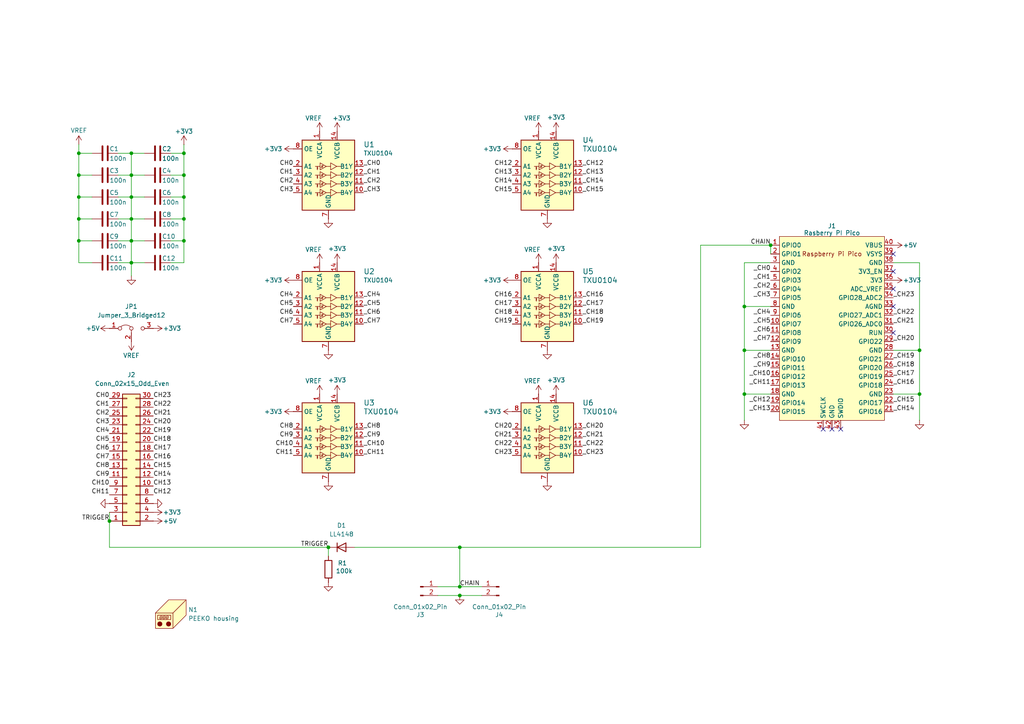
<source format=kicad_sch>
(kicad_sch (version 20231120) (generator "eeschema") (generator_version "8.0")
  (paper "A4")
  (title_block (title "PEEKO") (date "2024-10-05") (rev "003") (comment 1 "based on github.com/gusmanb/logicanalyzer") (comment 2 "github.com/bkw777/peeko"))
  (lib_symbols
    (symbol "000_LOCAL:Conn_01x02_Pin" (pin_names (offset 1.016) hide)
      (property "Reference" "J" (at 0 2.54 0))
      (property "Value" "Conn_01x02_Pin" (at 0 -5.08 0))
      (symbol "Conn_01x02_Pin_1_1"
        (polyline (pts (xy 1.27 -2.54) (xy 0.8636 -2.54)) (stroke (width 0.1524)))
        (polyline (pts (xy 1.27 0) (xy 0.8636 0)) (stroke (width 0.1524)))
        (rectangle (start 0.8636 -2.413) (end 0 -2.667) (stroke (width 0.1524)) (fill (type outline)))
        (rectangle (start 0.8636 0.127) (end 0 -0.127) (stroke (width 0.1524)) (fill (type outline)))
        (pin passive line (at 5.08 0 180) (length 3.81) (name "Pin_1") (number "1"))
        (pin passive line (at 5.08 -2.54 180) (length 3.81) (name "Pin_2") (number "2"))
      )
    )
    (symbol "000_LOCAL:Conn_02x15_Odd_Even" (pin_names (offset 1.016) hide)
      (property "Reference" "J" (at 1.27 20.32 0))
      (property "Value" "Conn_02x15_Odd_Even" (at 1.27 -20.32 0))
      (symbol "Conn_02x15_Odd_Even_1_1"
        (rectangle (start -1.27 -17.653) (end 0 -17.907) (stroke (width 0.1524)))
        (rectangle (start -1.27 -15.113) (end 0 -15.367) (stroke (width 0.1524)))
        (rectangle (start -1.27 -12.573) (end 0 -12.827) (stroke (width 0.1524)))
        (rectangle (start -1.27 -10.033) (end 0 -10.287) (stroke (width 0.1524)))
        (rectangle (start -1.27 -7.493) (end 0 -7.747) (stroke (width 0.1524)))
        (rectangle (start -1.27 -4.953) (end 0 -5.207) (stroke (width 0.1524)))
        (rectangle (start -1.27 -2.413) (end 0 -2.667) (stroke (width 0.1524)))
        (rectangle (start -1.27 0.127) (end 0 -0.127) (stroke (width 0.1524)))
        (rectangle (start -1.27 2.667) (end 0 2.413) (stroke (width 0.1524)))
        (rectangle (start -1.27 5.207) (end 0 4.953) (stroke (width 0.1524)))
        (rectangle (start -1.27 7.747) (end 0 7.493) (stroke (width 0.1524)))
        (rectangle (start -1.27 10.287) (end 0 10.033) (stroke (width 0.1524)))
        (rectangle (start -1.27 12.827) (end 0 12.573) (stroke (width 0.1524)))
        (rectangle (start -1.27 15.367) (end 0 15.113) (stroke (width 0.1524)))
        (rectangle (start -1.27 17.907) (end 0 17.653) (stroke (width 0.1524)))
        (rectangle (start -1.27 19.05) (end 3.81 -19.05) (stroke (width 0.254)) (fill (type background)))
        (rectangle (start 3.81 -17.653) (end 2.54 -17.907) (stroke (width 0.1524)))
        (rectangle (start 3.81 -15.113) (end 2.54 -15.367) (stroke (width 0.1524)))
        (rectangle (start 3.81 -12.573) (end 2.54 -12.827) (stroke (width 0.1524)))
        (rectangle (start 3.81 -10.033) (end 2.54 -10.287) (stroke (width 0.1524)))
        (rectangle (start 3.81 -7.493) (end 2.54 -7.747) (stroke (width 0.1524)))
        (rectangle (start 3.81 -4.953) (end 2.54 -5.207) (stroke (width 0.1524)))
        (rectangle (start 3.81 -2.413) (end 2.54 -2.667) (stroke (width 0.1524)))
        (rectangle (start 3.81 0.127) (end 2.54 -0.127) (stroke (width 0.1524)))
        (rectangle (start 3.81 2.667) (end 2.54 2.413) (stroke (width 0.1524)))
        (rectangle (start 3.81 5.207) (end 2.54 4.953) (stroke (width 0.1524)))
        (rectangle (start 3.81 7.747) (end 2.54 7.493) (stroke (width 0.1524)))
        (rectangle (start 3.81 10.287) (end 2.54 10.033) (stroke (width 0.1524)))
        (rectangle (start 3.81 12.827) (end 2.54 12.573) (stroke (width 0.1524)))
        (rectangle (start 3.81 15.367) (end 2.54 15.113) (stroke (width 0.1524)))
        (rectangle (start 3.81 17.907) (end 2.54 17.653) (stroke (width 0.1524)))
        (pin passive line (at -5.08 17.78 0) (length 3.81) (name "Pin_1") (number "1"))
        (pin passive line (at 7.62 7.62 180) (length 3.81) (name "Pin_10") (number "10"))
        (pin passive line (at -5.08 5.08 0) (length 3.81) (name "Pin_11") (number "11"))
        (pin passive line (at 7.62 5.08 180) (length 3.81) (name "Pin_12") (number "12"))
        (pin passive line (at -5.08 2.54 0) (length 3.81) (name "Pin_13") (number "13"))
        (pin passive line (at 7.62 2.54 180) (length 3.81) (name "Pin_14") (number "14"))
        (pin passive line (at -5.08 0 0) (length 3.81) (name "Pin_15") (number "15"))
        (pin passive line (at 7.62 0 180) (length 3.81) (name "Pin_16") (number "16"))
        (pin passive line (at -5.08 -2.54 0) (length 3.81) (name "Pin_17") (number "17"))
        (pin passive line (at 7.62 -2.54 180) (length 3.81) (name "Pin_18") (number "18"))
        (pin passive line (at -5.08 -5.08 0) (length 3.81) (name "Pin_19") (number "19"))
        (pin passive line (at 7.62 17.78 180) (length 3.81) (name "Pin_2") (number "2"))
        (pin passive line (at 7.62 -5.08 180) (length 3.81) (name "Pin_20") (number "20"))
        (pin passive line (at -5.08 -7.62 0) (length 3.81) (name "Pin_21") (number "21"))
        (pin passive line (at 7.62 -7.62 180) (length 3.81) (name "Pin_22") (number "22"))
        (pin passive line (at -5.08 -10.16 0) (length 3.81) (name "Pin_23") (number "23"))
        (pin passive line (at 7.62 -10.16 180) (length 3.81) (name "Pin_24") (number "24"))
        (pin passive line (at -5.08 -12.7 0) (length 3.81) (name "Pin_25") (number "25"))
        (pin passive line (at 7.62 -12.7 180) (length 3.81) (name "Pin_26") (number "26"))
        (pin passive line (at -5.08 -15.24 0) (length 3.81) (name "Pin_27") (number "27"))
        (pin passive line (at 7.62 -15.24 180) (length 3.81) (name "Pin_28") (number "28"))
        (pin passive line (at -5.08 -17.78 0) (length 3.81) (name "Pin_29") (number "29"))
        (pin passive line (at -5.08 15.24 0) (length 3.81) (name "Pin_3") (number "3"))
        (pin passive line (at 7.62 -17.78 180) (length 3.81) (name "Pin_30") (number "30"))
        (pin passive line (at 7.62 15.24 180) (length 3.81) (name "Pin_4") (number "4"))
        (pin passive line (at -5.08 12.7 0) (length 3.81) (name "Pin_5") (number "5"))
        (pin passive line (at 7.62 12.7 180) (length 3.81) (name "Pin_6") (number "6"))
        (pin passive line (at -5.08 10.16 0) (length 3.81) (name "Pin_7") (number "7"))
        (pin passive line (at 7.62 10.16 180) (length 3.81) (name "Pin_8") (number "8"))
        (pin passive line (at -5.08 7.62 0) (length 3.81) (name "Pin_9") (number "9"))
      )
    )
    (symbol "000_LOCAL:Housing" (pin_names (offset 1.016)) (exclude_from_sim yes)
      (property "Reference" "N" (at 3.81 0 0))
      (property "Value" "Housing" (at 3.81 -1.905 0))
      (symbol "Housing_0_1"
        (rectangle (start -5.08 -0.635) (end -1.27 -1.905))
        (circle (center -4.445 -3.175) (radius 0.635) (fill (type outline)))
        (circle (center -1.905 -3.175) (radius 0.635) (fill (type outline)))
        (polyline (pts (xy -4.5212 -1.5748) (xy -4.4704 -1.3716)))
        (polyline (pts (xy -4.4196 -1.6764) (xy -4.064 -1.6764)))
        (polyline (pts (xy -4.4196 -1.2192) (xy -4.3688 -0.9652)))
        (polyline (pts (xy -4.318 -1.3208) (xy -4.0132 -1.3208)))
        (polyline (pts (xy -4.2164 -0.9144) (xy -3.9116 -0.9144)))
        (polyline (pts (xy -3.9116 -1.6256) (xy -3.8608 -1.3716)))
        (polyline (pts (xy -3.81 -1.2192) (xy -3.7592 -0.9652)))
        (polyline (pts (xy -3.6068 -1.5748) (xy -3.556 -1.3716)))
        (polyline (pts (xy -3.5052 -1.6764) (xy -3.1496 -1.6764)))
        (polyline (pts (xy -3.5052 -1.2192) (xy -3.4544 -0.9652)))
        (polyline (pts (xy -3.4036 -1.3208) (xy -3.0988 -1.3208)))
        (polyline (pts (xy -3.302 -0.9144) (xy -2.9972 -0.9144)))
        (polyline (pts (xy -2.9972 -1.6256) (xy -2.9464 -1.3716)))
        (polyline (pts (xy -2.8956 -1.2192) (xy -2.8448 -0.9652)))
        (polyline (pts (xy -2.6924 -1.5748) (xy -2.6416 -1.3716)))
        (polyline (pts (xy -2.5908 -1.6764) (xy -2.2352 -1.6764)))
        (polyline (pts (xy -2.5908 -1.2192) (xy -2.54 -0.9652)))
        (polyline (pts (xy -2.4892 -1.3208) (xy -2.1844 -1.3208)))
        (polyline (pts (xy -2.3876 -0.9144) (xy -2.0828 -0.9144)))
        (polyline (pts (xy -2.0828 -1.6256) (xy -2.032 -1.3716)))
        (polyline (pts (xy -1.9812 -1.2192) (xy -1.9304 -0.9652)))
        (polyline (pts (xy -0.635 0) (xy -0.635 -4.445)))
        (polyline (pts (xy -5.715 0) (xy -0.635 0) (xy 3.175 3.81)))
        (polyline (pts (xy -5.715 0) (xy -5.715 -4.445) (xy -0.635 -4.445) (xy 3.175 -0.635) (xy 3.175 3.81) (xy -1.905 3.81) (xy -5.715 0)) (fill (type background)))
      )
    )
    (symbol "000_LOCAL:Jumper_3_Bridged12" (pin_names (offset 0) hide) (exclude_from_sim yes) (in_bom no)
      (property "Reference" "JP" (at -2.54 -2.54 0))
      (property "Value" "Jumper_3_Bridged12" (at 0 2.794 0))
      (symbol "Jumper_3_Bridged12_0_0"
        (circle (center -3.302 0) (radius 0.508))
        (circle (center 0 0) (radius 0.508))
        (circle (center 3.302 0) (radius 0.508))
      )
      (symbol "Jumper_3_Bridged12_0_1"
        (arc (start -0.254 0.508) (mid -1.651 0.9912) (end -3.048 0.508))
        (polyline (pts (xy 0 -1.27) (xy 0 -0.508)))
      )
      (symbol "Jumper_3_Bridged12_1_1"
        (pin passive line (at -6.35 0 0) (length 2.54) (name "A") (number "1"))
        (pin passive line (at 0 -3.81 90) (length 2.54) (name "C") (number "2"))
        (pin passive line (at 6.35 0 180) (length 2.54) (name "B") (number "3"))
      )
    )
    (symbol "000_LOCAL:LL4148" (pin_numbers hide) (pin_names hide)
      (property "Reference" "D" (at 0 2.54 0))
      (property "Value" "LL4148" (at 0 -2.54 0))
      (symbol "LL4148_0_1"
        (polyline (pts (xy -1.27 1.27) (xy -1.27 -1.27)) (stroke (width 0.254)))
        (polyline (pts (xy 1.27 0) (xy -1.27 0)))
        (polyline (pts (xy 1.27 1.27) (xy 1.27 -1.27) (xy -1.27 0) (xy 1.27 1.27)) (stroke (width 0.254)))
      )
      (symbol "LL4148_1_1"
        (pin passive line (at -3.81 0 0) (length 2.54) (name "K") (number "1"))
        (pin passive line (at 3.81 0 180) (length 2.54) (name "A") (number "2"))
      )
    )
    (symbol "000_LOCAL:TXU0104"
      (property "Reference" "U" (at -6.35 11.43 0))
      (property "Value" "TXU0104" (at 3.81 11.43 0))
      (symbol "TXU0104_0_1"
        (rectangle (start -7.62 10.16) (end 7.62 -10.16) (stroke (width 0.254)) (fill (type background)))
        (polyline (pts (xy -2.413 -5.08) (xy -3.81 -5.08)))
        (polyline (pts (xy -2.413 -2.54) (xy -3.81 -2.54)))
        (polyline (pts (xy -2.413 0) (xy -3.81 0)))
        (polyline (pts (xy -2.413 2.54) (xy -3.81 2.54)))
        (polyline (pts (xy -0.635 -5.08) (xy 0.635 -5.08)))
        (polyline (pts (xy -0.635 -2.54) (xy 0.635 -2.54)))
        (polyline (pts (xy -0.635 0) (xy 0.635 0)))
        (polyline (pts (xy -0.635 2.54) (xy 0.635 2.54)))
        (polyline (pts (xy 2.413 -5.08) (xy 3.81 -5.08)))
        (polyline (pts (xy 2.413 -2.54) (xy 3.81 -2.54)))
        (polyline (pts (xy 2.413 0) (xy 3.81 0)))
        (polyline (pts (xy 2.413 2.54) (xy 3.81 2.54)))
        (polyline (pts (xy -0.635 -5.08) (xy -2.413 -6.096) (xy -2.413 -4.064) (xy -0.635 -5.08)))
        (polyline (pts (xy -0.635 -2.54) (xy -2.413 -3.556) (xy -2.413 -1.524) (xy -0.635 -2.54)))
        (polyline (pts (xy -0.635 0) (xy -2.413 -1.016) (xy -2.413 1.016) (xy -0.635 0)))
        (polyline (pts (xy -0.635 2.54) (xy -2.413 1.524) (xy -2.413 3.556) (xy -0.635 2.54)))
        (polyline (pts (xy 2.413 -5.08) (xy 0.635 -6.096) (xy 0.635 -4.064) (xy 2.413 -5.08)))
        (polyline (pts (xy 2.413 -2.54) (xy 0.635 -3.556) (xy 0.635 -1.524) (xy 2.413 -2.54)))
        (polyline (pts (xy 2.413 0) (xy 0.635 -1.016) (xy 0.635 1.016) (xy 2.413 0)))
        (polyline (pts (xy 2.413 2.54) (xy 0.635 1.524) (xy 0.635 3.556) (xy 2.413 2.54)))
        (polyline (pts (xy -3.175 -5.08) (xy -3.175 -5.207) (xy -3.302 -5.334) (xy -3.048 -5.461) (xy -3.302 -5.588) (xy -3.048 -5.715) (xy -3.302 -5.842) (xy -3.175 -5.969) (xy -3.175 -6.096)))
        (polyline (pts (xy -3.175 -2.54) (xy -3.175 -2.667) (xy -3.302 -2.794) (xy -3.048 -2.921) (xy -3.302 -3.048) (xy -3.048 -3.175) (xy -3.302 -3.302) (xy -3.175 -3.429) (xy -3.175 -3.556)))
        (polyline (pts (xy -3.175 0) (xy -3.175 -0.127) (xy -3.302 -0.254) (xy -3.048 -0.381) (xy -3.302 -0.508) (xy -3.048 -0.635) (xy -3.302 -0.762) (xy -3.175 -0.889) (xy -3.175 -1.016)))
        (polyline (pts (xy -3.175 2.54) (xy -3.175 2.413) (xy -3.302 2.286) (xy -3.048 2.159) (xy -3.302 2.032) (xy -3.048 1.905) (xy -3.302 1.778) (xy -3.175 1.651) (xy -3.175 1.524)))
      )
      (symbol "TXU0104_1_1"
        (polyline (pts (xy -1.6764 -4.8514) (xy -1.4224 -4.8514)))
        (polyline (pts (xy -1.6764 -2.3114) (xy -1.4224 -2.3114)))
        (polyline (pts (xy -1.6764 0.2286) (xy -1.4224 0.2286)))
        (polyline (pts (xy -1.6764 2.7686) (xy -1.4224 2.7686)))
        (polyline (pts (xy -1.9304 -5.3594) (xy -1.9304 -4.8514) (xy -1.6764 -4.8514) (xy -1.6764 -5.3594) (xy -2.1844 -5.3594)))
        (polyline (pts (xy -1.9304 -2.8194) (xy -1.9304 -2.3114) (xy -1.6764 -2.3114) (xy -1.6764 -2.8194) (xy -2.1844 -2.8194)))
        (polyline (pts (xy -1.9304 -0.2794) (xy -1.9304 0.2286) (xy -1.6764 0.2286) (xy -1.6764 -0.2794) (xy -2.1844 -0.2794)))
        (polyline (pts (xy -1.9304 2.2606) (xy -1.9304 2.7686) (xy -1.6764 2.7686) (xy -1.6764 2.2606) (xy -2.1844 2.2606)))
        (pin power_in line (at -2.54 12.7 270) (length 2.54) (name "VCCA") (number "1"))
        (pin tri_state line (at 10.16 -5.08 180) (length 2.54) (name "B4Y") (number "10"))
        (pin tri_state line (at 10.16 -2.54 180) (length 2.54) (name "B3Y") (number "11"))
        (pin tri_state line (at 10.16 0 180) (length 2.54) (name "B2Y") (number "12"))
        (pin tri_state line (at 10.16 2.54 180) (length 2.54) (name "B1Y") (number "13"))
        (pin power_in line (at 2.54 12.7 270) (length 2.54) (name "VCCB") (number "14"))
        (pin input line (at -10.16 2.54 0) (length 2.54) (name "A1") (number "2"))
        (pin input line (at -10.16 0 0) (length 2.54) (name "A2") (number "3"))
        (pin input line (at -10.16 -2.54 0) (length 2.54) (name "A3") (number "4"))
        (pin input line (at -10.16 -5.08 0) (length 2.54) (name "A4") (number "5"))
        (pin no_connect line (at -7.62 -7.62 0) (length 2.54) hide (name "NC") (number "6"))
        (pin power_in line (at 0 -12.7 90) (length 2.54) (name "GND") (number "7"))
        (pin input line (at -10.16 7.62 0) (length 2.54) (name "OE") (number "8"))
        (pin no_connect line (at 7.62 -7.62 180) (length 2.54) hide (name "NC") (number "9"))
      )
    )
    (symbol "Device:C" (pin_numbers hide) (pin_names (offset 0.254))
      (property "Reference" "C" (at 0.635 2.54 0))
      (property "Value" "C" (at 0.635 -2.54 0))
      (symbol "C_0_1"
        (polyline (pts (xy -2.032 -0.762) (xy 2.032 -0.762)) (stroke (width 0.508)))
        (polyline (pts (xy -2.032 0.762) (xy 2.032 0.762)) (stroke (width 0.508)))
      )
      (symbol "C_1_1"
        (pin passive line (at 0 3.81 270) (length 2.794) (name "~") (number "1"))
        (pin passive line (at 0 -3.81 90) (length 2.794) (name "~") (number "2"))
      )
    )
    (symbol "Device:R" (pin_numbers hide) (pin_names (offset 0))
      (property "Reference" "R" (at 2.032 0 90))
      (property "Value" "R" (at 0 0 90))
      (symbol "R_0_1"
        (rectangle (start -1.016 -2.54) (end 1.016 2.54) (stroke (width 0.254)))
      )
      (symbol "R_1_1"
        (pin passive line (at 0 3.81 270) (length 1.27) (name "~") (number "1"))
        (pin passive line (at 0 -3.81 90) (length 1.27) (name "~") (number "2"))
      )
    )
    (symbol "MCU_RaspberryPi_and_Boards:Pico"
      (property "Reference" "U" (at -13.97 27.94 0))
      (property "Value" "Pico" (at 0 19.05 0))
      (symbol "Pico_0_0"
        (text "Raspberry Pi Pico" (at 0 21.59 0) (effects (font (size 1.27 1.27))))
      )
      (symbol "Pico_0_1"
        (rectangle (start -15.24 26.67) (end 15.24 -26.67) (fill (type background)))
      )
      (symbol "Pico_1_1"
        (pin bidirectional line (at -17.78 24.13 0) (length 2.54) (name "GPIO0") (number "1"))
        (pin bidirectional line (at -17.78 1.27 0) (length 2.54) (name "GPIO7") (number "10"))
        (pin bidirectional line (at -17.78 -1.27 0) (length 2.54) (name "GPIO8") (number "11"))
        (pin bidirectional line (at -17.78 -3.81 0) (length 2.54) (name "GPIO9") (number "12"))
        (pin power_in line (at -17.78 -6.35 0) (length 2.54) (name "GND") (number "13"))
        (pin bidirectional line (at -17.78 -8.89 0) (length 2.54) (name "GPIO10") (number "14"))
        (pin bidirectional line (at -17.78 -11.43 0) (length 2.54) (name "GPIO11") (number "15"))
        (pin bidirectional line (at -17.78 -13.97 0) (length 2.54) (name "GPIO12") (number "16"))
        (pin bidirectional line (at -17.78 -16.51 0) (length 2.54) (name "GPIO13") (number "17"))
        (pin power_in line (at -17.78 -19.05 0) (length 2.54) (name "GND") (number "18"))
        (pin bidirectional line (at -17.78 -21.59 0) (length 2.54) (name "GPIO14") (number "19"))
        (pin bidirectional line (at -17.78 21.59 0) (length 2.54) (name "GPIO1") (number "2"))
        (pin bidirectional line (at -17.78 -24.13 0) (length 2.54) (name "GPIO15") (number "20"))
        (pin bidirectional line (at 17.78 -24.13 180) (length 2.54) (name "GPIO16") (number "21"))
        (pin bidirectional line (at 17.78 -21.59 180) (length 2.54) (name "GPIO17") (number "22"))
        (pin power_in line (at 17.78 -19.05 180) (length 2.54) (name "GND") (number "23"))
        (pin bidirectional line (at 17.78 -16.51 180) (length 2.54) (name "GPIO18") (number "24"))
        (pin bidirectional line (at 17.78 -13.97 180) (length 2.54) (name "GPIO19") (number "25"))
        (pin bidirectional line (at 17.78 -11.43 180) (length 2.54) (name "GPIO20") (number "26"))
        (pin bidirectional line (at 17.78 -8.89 180) (length 2.54) (name "GPIO21") (number "27"))
        (pin power_in line (at 17.78 -6.35 180) (length 2.54) (name "GND") (number "28"))
        (pin bidirectional line (at 17.78 -3.81 180) (length 2.54) (name "GPIO22") (number "29"))
        (pin power_in line (at -17.78 19.05 0) (length 2.54) (name "GND") (number "3"))
        (pin input line (at 17.78 -1.27 180) (length 2.54) (name "RUN") (number "30"))
        (pin bidirectional line (at 17.78 1.27 180) (length 2.54) (name "GPIO26_ADC0") (number "31"))
        (pin bidirectional line (at 17.78 3.81 180) (length 2.54) (name "GPIO27_ADC1") (number "32"))
        (pin power_in line (at 17.78 6.35 180) (length 2.54) (name "AGND") (number "33"))
        (pin bidirectional line (at 17.78 8.89 180) (length 2.54) (name "GPIO28_ADC2") (number "34"))
        (pin power_in line (at 17.78 11.43 180) (length 2.54) (name "ADC_VREF") (number "35"))
        (pin power_in line (at 17.78 13.97 180) (length 2.54) (name "3V3") (number "36"))
        (pin input line (at 17.78 16.51 180) (length 2.54) (name "3V3_EN") (number "37"))
        (pin bidirectional line (at 17.78 19.05 180) (length 2.54) (name "GND") (number "38"))
        (pin power_in line (at 17.78 21.59 180) (length 2.54) (name "VSYS") (number "39"))
        (pin bidirectional line (at -17.78 16.51 0) (length 2.54) (name "GPIO2") (number "4"))
        (pin power_in line (at 17.78 24.13 180) (length 2.54) (name "VBUS") (number "40"))
        (pin input line (at -2.54 -29.21 90) (length 2.54) (name "SWCLK") (number "41"))
        (pin power_in line (at 0 -29.21 90) (length 2.54) (name "GND") (number "42"))
        (pin bidirectional line (at 2.54 -29.21 90) (length 2.54) (name "SWDIO") (number "43"))
        (pin bidirectional line (at -17.78 13.97 0) (length 2.54) (name "GPIO3") (number "5"))
        (pin bidirectional line (at -17.78 11.43 0) (length 2.54) (name "GPIO4") (number "6"))
        (pin bidirectional line (at -17.78 8.89 0) (length 2.54) (name "GPIO5") (number "7"))
        (pin power_in line (at -17.78 6.35 0) (length 2.54) (name "GND") (number "8"))
        (pin bidirectional line (at -17.78 3.81 0) (length 2.54) (name "GPIO6") (number "9"))
      )
    )
    (symbol "power:+3V3" (power) (pin_numbers hide) (pin_names (offset 0) hide)
      (property "Value" "+3V3" (at 0 3.556 0))
      (symbol "+3V3_0_1"
        (polyline (pts (xy -0.762 1.27) (xy 0 2.54)))
        (polyline (pts (xy 0 0) (xy 0 2.54)))
        (polyline (pts (xy 0 2.54) (xy 0.762 1.27)))
      )
      (symbol "+3V3_1_1"
        (pin power_in line (at 0 0 90) (length 0) (name "~") (number "1"))
      )
    )
    (symbol "power:+5V" (power) (pin_numbers hide) (pin_names (offset 0) hide)
      (property "Value" "+5V" (at 0 3.556 0))
      (symbol "+5V_0_1"
        (polyline (pts (xy -0.762 1.27) (xy 0 2.54)))
        (polyline (pts (xy 0 0) (xy 0 2.54)))
        (polyline (pts (xy 0 2.54) (xy 0.762 1.27)))
      )
      (symbol "+5V_1_1"
        (pin power_in line (at 0 0 90) (length 0) (name "~") (number "1"))
      )
    )
    (symbol "power:GND" (power) (pin_numbers hide) (pin_names (offset 0) hide)
      (property "Value" "GND" (at 0 -3.81 0))
      (symbol "GND_0_1"
        (polyline (pts (xy 0 0) (xy 0 -1.27) (xy 1.27 -1.27) (xy 0 -2.54) (xy -1.27 -1.27) (xy 0 -1.27)))
      )
      (symbol "GND_1_1"
        (pin power_in line (at 0 0 270) (length 0) (name "~") (number "1"))
      )
    )
    (symbol "power:VBUS" (power) (pin_numbers hide) (pin_names (offset 0) hide)
      (property "Value" "VBUS" (at 0 3.556 0))
      (symbol "VBUS_0_1"
        (polyline (pts (xy -0.762 1.27) (xy 0 2.54)))
        (polyline (pts (xy 0 0) (xy 0 2.54)))
        (polyline (pts (xy 0 2.54) (xy 0.762 1.27)))
      )
      (symbol "VBUS_1_1"
        (pin power_in line (at 0 0 90) (length 0) (name "~") (number "1"))
      )
    )
  )
  (junction (at 38.1 69.85))
  (junction (at 53.34 50.8))
  (junction (at 31.75 151.13))
  (junction (at 53.34 69.85))
  (junction (at 133.35 158.75))
  (junction (at 22.86 57.15))
  (junction (at 133.35 170.18))
  (junction (at 22.86 44.45))
  (junction (at 215.9 101.6))
  (junction (at 22.86 63.5))
  (junction (at 223.52 71.12))
  (junction (at 266.7 114.3))
  (junction (at 95.25 158.75))
  (junction (at 53.34 57.15))
  (junction (at 53.34 63.5))
  (junction (at 38.1 63.5))
  (junction (at 38.1 44.45))
  (junction (at 38.1 76.2))
  (junction (at 215.9 114.3))
  (junction (at 38.1 50.8))
  (junction (at 215.9 88.9))
  (junction (at 38.1 57.15))
  (junction (at 53.34 44.45))
  (junction (at 266.7 101.6))
  (junction (at 22.86 69.85))
  (junction (at 133.35 172.72))
  (junction (at 22.86 50.8))
  (no_connect (at 259.08 96.52))
  (no_connect (at 259.08 73.66))
  (no_connect (at 259.08 78.74))
  (no_connect (at 259.08 83.82))
  (no_connect (at 259.08 88.9))
  (no_connect (at 243.84 124.46))
  (no_connect (at 241.3 124.46))
  (no_connect (at 238.76 124.46))
  (wire (pts (xy 22.86 50.8) (xy 22.86 57.15)))
  (wire (pts (xy 38.1 44.45) (xy 38.1 50.8)))
  (wire (pts (xy 53.34 41.91) (xy 53.34 44.45)))
  (wire (pts (xy 38.1 69.85) (xy 38.1 76.2)))
  (wire (pts (xy 38.1 44.45) (xy 41.91 44.45)))
  (wire (pts (xy 38.1 50.8) (xy 38.1 57.15)))
  (wire (pts (xy 53.34 69.85) (xy 53.34 76.2)))
  (wire (pts (xy 53.34 63.5) (xy 53.34 69.85)))
  (wire (pts (xy 215.9 76.2) (xy 215.9 88.9)))
  (wire (pts (xy 22.86 44.45) (xy 26.67 44.45)))
  (wire (pts (xy 22.86 63.5) (xy 26.67 63.5)))
  (wire (pts (xy 31.75 151.13) (xy 31.75 158.75)))
  (wire (pts (xy 127 170.18) (xy 133.35 170.18)))
  (wire (pts (xy 22.86 44.45) (xy 22.86 50.8)))
  (wire (pts (xy 133.35 170.18) (xy 139.7 170.18)))
  (wire (pts (xy 215.9 88.9) (xy 223.52 88.9)))
  (wire (pts (xy 215.9 101.6) (xy 215.9 114.3)))
  (wire (pts (xy 133.35 158.75) (xy 203.2 158.75)))
  (wire (pts (xy 49.53 76.2) (xy 53.34 76.2)))
  (wire (pts (xy 95.25 158.75) (xy 95.25 161.29)))
  (wire (pts (xy 223.52 71.12) (xy 223.52 73.66)))
  (wire (pts (xy 22.86 41.91) (xy 22.86 44.45)))
  (wire (pts (xy 22.86 76.2) (xy 26.67 76.2)))
  (wire (pts (xy 22.86 69.85) (xy 22.86 76.2)))
  (wire (pts (xy 22.86 63.5) (xy 22.86 69.85)))
  (wire (pts (xy 215.9 101.6) (xy 223.52 101.6)))
  (wire (pts (xy 31.75 148.59) (xy 31.75 151.13)))
  (wire (pts (xy 259.08 76.2) (xy 266.7 76.2)))
  (wire (pts (xy 133.35 158.75) (xy 133.35 170.18)))
  (wire (pts (xy 34.29 63.5) (xy 38.1 63.5)))
  (wire (pts (xy 215.9 121.92) (xy 215.9 114.3)))
  (wire (pts (xy 38.1 80.01) (xy 38.1 76.2)))
  (wire (pts (xy 266.7 76.2) (xy 266.7 101.6)))
  (wire (pts (xy 34.29 57.15) (xy 38.1 57.15)))
  (wire (pts (xy 38.1 76.2) (xy 41.91 76.2)))
  (wire (pts (xy 266.7 101.6) (xy 266.7 114.3)))
  (wire (pts (xy 22.86 57.15) (xy 26.67 57.15)))
  (wire (pts (xy 34.29 76.2) (xy 38.1 76.2)))
  (wire (pts (xy 34.29 44.45) (xy 38.1 44.45)))
  (wire (pts (xy 38.1 69.85) (xy 41.91 69.85)))
  (wire (pts (xy 38.1 57.15) (xy 41.91 57.15)))
  (wire (pts (xy 34.29 69.85) (xy 38.1 69.85)))
  (wire (pts (xy 133.35 172.72) (xy 139.7 172.72)))
  (wire (pts (xy 102.87 158.75) (xy 133.35 158.75)))
  (wire (pts (xy 53.34 44.45) (xy 53.34 50.8)))
  (wire (pts (xy 38.1 63.5) (xy 41.91 63.5)))
  (wire (pts (xy 215.9 76.2) (xy 223.52 76.2)))
  (wire (pts (xy 22.86 69.85) (xy 26.67 69.85)))
  (wire (pts (xy 215.9 88.9) (xy 215.9 101.6)))
  (wire (pts (xy 259.08 101.6) (xy 266.7 101.6)))
  (wire (pts (xy 49.53 69.85) (xy 53.34 69.85)))
  (wire (pts (xy 22.86 50.8) (xy 26.67 50.8)))
  (wire (pts (xy 38.1 57.15) (xy 38.1 63.5)))
  (wire (pts (xy 259.08 114.3) (xy 266.7 114.3)))
  (wire (pts (xy 38.1 63.5) (xy 38.1 69.85)))
  (wire (pts (xy 127 172.72) (xy 133.35 172.72)))
  (wire (pts (xy 49.53 57.15) (xy 53.34 57.15)))
  (wire (pts (xy 31.75 158.75) (xy 95.25 158.75)))
  (wire (pts (xy 49.53 44.45) (xy 53.34 44.45)))
  (wire (pts (xy 266.7 121.92) (xy 266.7 114.3)))
  (wire (pts (xy 49.53 63.5) (xy 53.34 63.5)))
  (wire (pts (xy 203.2 71.12) (xy 223.52 71.12)))
  (wire (pts (xy 38.1 50.8) (xy 41.91 50.8)))
  (wire (pts (xy 53.34 57.15) (xy 53.34 63.5)))
  (wire (pts (xy 203.2 71.12) (xy 203.2 158.75)))
  (wire (pts (xy 34.29 50.8) (xy 38.1 50.8)))
  (wire (pts (xy 215.9 114.3) (xy 223.52 114.3)))
  (wire (pts (xy 53.34 50.8) (xy 53.34 57.15)))
  (wire (pts (xy 49.53 50.8) (xy 53.34 50.8)))
  (wire (pts (xy 22.86 57.15) (xy 22.86 63.5)))
  (label "CH17" (at 148.59 88.9 180))
  (label "_CH2" (at 105.41 53.34 0))
  (label "CH6" (at 31.75 130.81 180))
  (label "_CH22" (at 168.91 129.54 0))
  (label "CH7" (at 85.09 93.98 180))
  (label "_CH8" (at 223.52 104.14 180))
  (label "_CH19" (at 259.08 104.14 0))
  (label "CH7" (at 31.75 133.35 180))
  (label "CH17" (at 44.45 130.81 0))
  (label "CH20" (at 44.45 123.19 0))
  (label "CH18" (at 148.59 91.44 180))
  (label "CH2" (at 31.75 120.65 180))
  (label "_CH4" (at 105.41 86.36 0))
  (label "_CH18" (at 259.08 106.68 0))
  (label "_CH7" (at 223.52 99.06 180))
  (label "_CH13" (at 168.91 50.8 0))
  (label "TRIGGER" (at 95.25 158.75 180))
  (label "CH4" (at 31.75 125.73 180))
  (label "_CH8" (at 105.41 124.46 0))
  (label "CH8" (at 85.09 124.46 180))
  (label "_CH6" (at 223.52 96.52 180))
  (label "CH9" (at 85.09 127 180))
  (label "CH3" (at 31.75 123.19 180))
  (label "CH20" (at 148.59 124.46 180))
  (label "_CH17" (at 168.91 88.9 0))
  (label "_CH9" (at 223.52 106.68 180))
  (label "CHAIN" (at 223.52 71.12 180))
  (label "CH18" (at 44.45 128.27 0))
  (label "CH23" (at 44.45 115.57 0))
  (label "CH14" (at 44.45 138.43 0))
  (label "CH11" (at 31.75 143.51 180))
  (label "_CH14" (at 259.08 119.38 0))
  (label "CH13" (at 148.59 50.8 180))
  (label "CHAIN" (at 133.35 170.18 0))
  (label "_CH14" (at 168.91 53.34 0))
  (label "_CH12" (at 168.91 48.26 0))
  (label "_CH3" (at 105.41 55.88 0))
  (label "_CH3" (at 223.52 86.36 180))
  (label "CH14" (at 148.59 53.34 180))
  (label "_CH16" (at 259.08 111.76 0))
  (label "CH16" (at 148.59 86.36 180))
  (label "CH6" (at 85.09 91.44 180))
  (label "_CH23" (at 168.91 132.08 0))
  (label "CH16" (at 44.45 133.35 0))
  (label "_CH1" (at 223.52 81.28 180))
  (label "CH22" (at 44.45 118.11 0))
  (label "CH3" (at 85.09 55.88 180))
  (label "CH19" (at 148.59 93.98 180))
  (label "_CH15" (at 259.08 116.84 0))
  (label "CH4" (at 85.09 86.36 180))
  (label "TRIGGER" (at 31.75 151.13 180))
  (label "CH15" (at 148.59 55.88 180))
  (label "CH12" (at 44.45 143.51 0))
  (label "_CH21" (at 168.91 127 0))
  (label "CH5" (at 85.09 88.9 180))
  (label "CH19" (at 44.45 125.73 0))
  (label "_CH11" (at 223.52 111.76 180))
  (label "_CH18" (at 168.91 91.44 0))
  (label "CH9" (at 31.75 138.43 180))
  (label "CH8" (at 31.75 135.89 180))
  (label "_CH4" (at 223.52 91.44 180))
  (label "CH21" (at 44.45 120.65 0))
  (label "_CH16" (at 168.91 86.36 0))
  (label "_CH10" (at 105.41 129.54 0))
  (label "_CH7" (at 105.41 93.98 0))
  (label "CH0" (at 85.09 48.26 180))
  (label "CH0" (at 31.75 115.57 180))
  (label "CH21" (at 148.59 127 180))
  (label "_CH0" (at 105.41 48.26 0))
  (label "_CH11" (at 105.41 132.08 0))
  (label "CH5" (at 31.75 128.27 180))
  (label "CH10" (at 85.09 129.54 180))
  (label "_CH22" (at 259.08 91.44 0))
  (label "_CH21" (at 259.08 93.98 0))
  (label "_CH0" (at 223.52 78.74 180))
  (label "_CH12" (at 223.52 116.84 180))
  (label "_CH15" (at 168.91 55.88 0))
  (label "CH10" (at 31.75 140.97 180))
  (label "CH23" (at 148.59 132.08 180))
  (label "CH12" (at 148.59 48.26 180))
  (label "CH13" (at 44.45 140.97 0))
  (label "_CH9" (at 105.41 127 0))
  (label "_CH2" (at 223.52 83.82 180))
  (label "CH1" (at 31.75 118.11 180))
  (label "_CH6" (at 105.41 91.44 0))
  (label "_CH10" (at 223.52 109.22 180))
  (label "_CH19" (at 168.91 93.98 0))
  (label "_CH13" (at 223.52 119.38 180))
  (label "_CH20" (at 259.08 99.06 0))
  (label "CH1" (at 85.09 50.8 180))
  (label "CH15" (at 44.45 135.89 0))
  (label "CH2" (at 85.09 53.34 180))
  (label "_CH5" (at 223.52 93.98 180))
  (label "_CH1" (at 105.41 50.8 0))
  (label "_CH5" (at 105.41 88.9 0))
  (label "CH22" (at 148.59 129.54 180))
  (label "_CH17" (at 259.08 109.22 0))
  (label "_CH23" (at 259.08 86.36 0))
  (label "CH11" (at 85.09 132.08 180))
  (label "_CH20" (at 168.91 124.46 0))
  (symbol (lib_id "Device:C") (at 45.72 44.45 270) (unit 1)
    (property "Reference" "C2" (at 46.99 43.18 90) (effects (justify left)))
    (property "Value" "100n" (at 46.99 45.974 90) (effects (justify left)))
    (property "Footprint" "000_LOCAL:C_0805" (effects (hide yes)))
    (property "Datasheet" "datasheets/UPY-GPHC_X7R_6.3V-to-250V_24.pdf" (effects (hide yes)))
    (property "Description" "CAP CER 0.1UF 50V X7R 0805" (effects (hide yes)))
    (property "MPN" "CC0805KRX7R9BB104" (effects (hide yes)))
  )
  (symbol (lib_id "000_LOCAL:TXU0104") (at 95.25 88.9 0) (unit 1)
    (property "Reference" "U2" (at 105.41 78.74 0) (effects (font (size 1.524 1.524)) (justify left)))
    (property "Value" "TXU0104" (at 105.41 81.28 0) (effects (justify left)))
    (property "Footprint" "000_LOCAL:TSSOP-14_4.4x5mm_P0.65mm" (effects (hide yes)))
    (property "Datasheet" "datasheets/txu0104.pdf" (effects (hide yes)))
    (property "Description" "4-Bit Unidirectional Voltage-Level Translator, Schmitt trigger input, tri-state output, 1.1v to 5.5v, vTSSOP-14" (effects (hide yes)))
    (property "MPN" "TXU0104PW" (effects (hide yes)))
  )
  (symbol (lib_id "power:VBUS") (at 92.71 76.2 0) (unit 1)
    (property "Reference" "#PWR015" (effects (hide yes)))
    (property "Value" "VREF" (at 90.932 72.39 0))
  )
  (symbol (lib_id "Device:C") (at 45.72 57.15 270) (unit 1)
    (property "Reference" "C6" (at 46.99 55.88 90) (effects (justify left)))
    (property "Value" "100n" (at 46.99 58.674 90) (effects (justify left)))
    (property "Footprint" "000_LOCAL:C_0805" (effects (hide yes)))
    (property "Datasheet" "datasheets/UPY-GPHC_X7R_6.3V-to-250V_24.pdf" (effects (hide yes)))
    (property "Description" "CAP CER 0.1UF 50V X7R 0805" (effects (hide yes)))
    (property "MPN" "CC0805KRX7R9BB104" (effects (hide yes)))
  )
  (symbol (lib_id "power:GND") (at 158.75 63.5 0) (unit 1)
    (property "Reference" "#PWR029" (effects (hide yes)))
    (property "Value" "GND" (effects (hide yes)))
    (property "Description" "Power symbol creates a global label with name \"GND\" , ground" (effects (hide yes)))
  )
  (symbol (lib_id "Device:C") (at 45.72 63.5 270) (unit 1)
    (property "Reference" "C8" (at 46.99 62.23 90) (effects (justify left)))
    (property "Value" "100n" (at 46.99 65.024 90) (effects (justify left)))
    (property "Footprint" "000_LOCAL:C_0805" (effects (hide yes)))
    (property "Datasheet" "datasheets/UPY-GPHC_X7R_6.3V-to-250V_24.pdf" (effects (hide yes)))
    (property "Description" "CAP CER 0.1UF 50V X7R 0805" (effects (hide yes)))
    (property "MPN" "CC0805KRX7R9BB104" (effects (hide yes)))
  )
  (symbol (lib_id "power:+3V3") (at 148.59 119.38 90) (unit 1)
    (property "Reference" "#PWR025" (effects (hide yes)))
    (property "Value" "+3V3" (at 142.748 119.38 90))
    (property "Description" "Power symbol creates a global label with name \"+3V3\"" (effects (hide yes)))
  )
  (symbol (lib_id "MCU_RaspberryPi_and_Boards:Pico") (at 241.3 95.25 0) (unit 1)
    (property "Reference" "J1" (at 241.3 65.532 0))
    (property "Value" "Rasberry PI Pico" (at 241.3 67.564 0))
    (property "Footprint" "000_LOCAL:dip-40-700-pi-pico" (effects (hide yes)))
    (property "Datasheet" "datasheets/rpi-pico.pdf" (effects (hide yes)))
    (property "Description" "RASPBERRY PI PICO RP2040" (effects (hide yes)))
    (property "MPN" "SC0915" (effects (hide yes)))
  )
  (symbol (lib_id "power:GND") (at 266.7 121.92 0) (unit 1)
    (property "Reference" "#PWR011" (effects (hide yes)))
    (property "Value" "GND" (effects (hide yes)))
    (property "Description" "Power symbol creates a global label with name \"GND\" , ground" (effects (hide yes)))
  )
  (symbol (lib_id "power:+3V3") (at 44.45 95.25 270) (unit 1)
    (property "Reference" "#PWR06" (effects (hide yes)))
    (property "Value" "+3V3" (at 47.244 95.25 90) (effects (justify left)))
    (property "Description" "Power symbol creates a global label with name \"+3V3\"" (effects (hide yes)))
  )
  (symbol (lib_id "power:VBUS") (at 92.71 38.1 0) (unit 1)
    (property "Reference" "#PWR012" (effects (hide yes)))
    (property "Value" "VREF" (at 90.932 34.29 0))
  )
  (symbol (lib_id "power:+5V") (at 259.08 71.12 270) (unit 1)
    (property "Reference" "#PWR014" (effects (hide yes)))
    (property "Value" "+5V" (at 261.874 71.12 90) (effects (justify left)))
    (property "Description" "Power symbol creates a global label with name \"+5V\"" (effects (hide yes)))
  )
  (symbol (lib_id "power:+3V3") (at 85.09 81.28 90) (unit 1)
    (property "Reference" "#PWR09" (effects (hide yes)))
    (property "Value" "+3V3" (at 79.248 81.28 90))
    (property "Description" "Power symbol creates a global label with name \"+3V3\"" (effects (hide yes)))
  )
  (symbol (lib_id "power:GND") (at 31.75 146.05 270) (unit 1)
    (property "Reference" "#PWR02" (effects (hide yes)))
    (property "Value" "GND" (effects (hide yes)))
    (property "Description" "Power symbol creates a global label with name \"GND\" , ground" (effects (hide yes)))
  )
  (symbol (lib_id "power:VBUS") (at 92.71 114.3 0) (unit 1)
    (property "Reference" "#PWR016" (effects (hide yes)))
    (property "Value" "VREF" (at 90.932 110.49 0))
  )
  (symbol (lib_id "power:GND") (at 95.25 101.6 0) (unit 1)
    (property "Reference" "#PWR018" (effects (hide yes)))
    (property "Value" "GND" (effects (hide yes)))
    (property "Description" "Power symbol creates a global label with name \"GND\" , ground" (effects (hide yes)))
  )
  (symbol (lib_id "power:+3V3") (at 97.79 114.3 0) (unit 1)
    (property "Reference" "#PWR022" (effects (hide yes)))
    (property "Value" "+3V3" (at 97.79 110.236 0))
    (property "Description" "Power symbol creates a global label with name \"+3V3\"" (effects (hide yes)))
  )
  (symbol (lib_id "power:+3V3") (at 148.59 81.28 90) (unit 1)
    (property "Reference" "#PWR024" (effects (hide yes)))
    (property "Value" "+3V3" (at 142.748 81.28 90))
    (property "Description" "Power symbol creates a global label with name \"+3V3\"" (effects (hide yes)))
  )
  (symbol (lib_id "power:+3V3") (at 53.34 41.91 0) (unit 1)
    (property "Reference" "#PWR039" (effects (hide yes)))
    (property "Value" "+3V3" (at 53.34 38.1 0))
    (property "Description" "Power symbol creates a global label with name \"+3V3\"" (effects (hide yes)))
  )
  (symbol (lib_id "Device:C") (at 30.48 76.2 270) (unit 1)
    (property "Reference" "C11" (at 31.75 74.93 90) (effects (justify left)))
    (property "Value" "100n" (at 31.75 77.724 90) (effects (justify left)))
    (property "Footprint" "000_LOCAL:C_0805" (effects (hide yes)))
    (property "Datasheet" "datasheets/UPY-GPHC_X7R_6.3V-to-250V_24.pdf" (effects (hide yes)))
    (property "Description" "CAP CER 0.1UF 50V X7R 0805" (effects (hide yes)))
    (property "MPN" "CC0805KRX7R9BB104" (effects (hide yes)))
  )
  (symbol (lib_id "000_LOCAL:TXU0104") (at 95.25 127 0) (unit 1)
    (property "Reference" "U3" (at 105.41 116.84 0) (effects (font (size 1.524 1.524)) (justify left)))
    (property "Value" "TXU0104" (at 105.41 119.38 0) (effects (font (size 1.524 1.524)) (justify left)))
    (property "Footprint" "000_LOCAL:TSSOP-14_4.4x5mm_P0.65mm" (effects (hide yes)))
    (property "Datasheet" "datasheets/txu0104.pdf" (effects (hide yes)))
    (property "Description" "4-Bit Unidirectional Voltage-Level Translator, Schmitt trigger input, tri-state output, 1.1v to 5.5v, vTSSOP-14" (effects (hide yes)))
    (property "MPN" "TXU0104PW" (effects (hide yes)))
  )
  (symbol (lib_id "000_LOCAL:Conn_01x02_Pin") (at 121.92 170.18 0) (unit 1)
    (property "Reference" "J3" (at 121.92 178.308 0))
    (property "Value" "Conn_01x02_Pin" (at 121.92 176.022 0))
    (property "Footprint" "000_LOCAL:PinHeader_1x02_P2.54mm_Horizontal" (effects (hide yes)))
    (property "Description" "CONN HEADER R/A 2POS 2.54MM" (effects (hide yes)))
    (property "MPN" "PH1RB-02-UA" (effects (hide yes)))
  )
  (symbol (lib_id "Device:C") (at 45.72 50.8 270) (unit 1)
    (property "Reference" "C4" (at 46.99 49.53 90) (effects (justify left)))
    (property "Value" "100n" (at 46.99 52.324 90) (effects (justify left)))
    (property "Footprint" "000_LOCAL:C_0805" (effects (hide yes)))
    (property "Datasheet" "datasheets/UPY-GPHC_X7R_6.3V-to-250V_24.pdf" (effects (hide yes)))
    (property "Description" "CAP CER 0.1UF 50V X7R 0805" (effects (hide yes)))
    (property "MPN" "CC0805KRX7R9BB104" (effects (hide yes)))
  )
  (symbol (lib_id "000_LOCAL:TXU0104") (at 158.75 88.9 0) (unit 1)
    (property "Reference" "U5" (at 168.91 78.74 0) (effects (font (size 1.524 1.524)) (justify left)))
    (property "Value" "TXU0104" (at 168.91 81.28 0) (effects (font (size 1.524 1.524)) (justify left)))
    (property "Footprint" "000_LOCAL:TSSOP-14_4.4x5mm_P0.65mm" (effects (hide yes)))
    (property "Datasheet" "datasheets/txu0104.pdf" (effects (hide yes)))
    (property "Description" "4-Bit Unidirectional Voltage-Level Translator, Schmitt trigger input, tri-state output, 1.1v to 5.5v, vTSSOP-14" (effects (hide yes)))
    (property "MPN" "TXU0104PW" (effects (hide yes)))
  )
  (symbol (lib_id "power:+3V3") (at 44.45 148.59 270) (unit 1)
    (property "Reference" "#PWR040" (effects (hide yes)))
    (property "Value" "+3V3" (at 47.244 148.59 90) (effects (justify left)))
    (property "Description" "Power symbol creates a global label with name \"+3V3\"" (effects (hide yes)))
  )
  (symbol (lib_id "power:VBUS") (at 22.86 41.91 0) (unit 1)
    (property "Reference" "#PWR037" (effects (hide yes)))
    (property "Value" "VREF" (at 22.86 37.846 0))
  )
  (symbol (lib_id "Device:C") (at 30.48 57.15 270) (unit 1)
    (property "Reference" "C5" (at 31.75 55.88 90) (effects (justify left)))
    (property "Value" "100n" (at 31.75 58.674 90) (effects (justify left)))
    (property "Footprint" "000_LOCAL:C_0805" (effects (hide yes)))
    (property "Datasheet" "datasheets/UPY-GPHC_X7R_6.3V-to-250V_24.pdf" (effects (hide yes)))
    (property "Description" "CAP CER 0.1UF 50V X7R 0805" (effects (hide yes)))
    (property "MPN" "CC0805KRX7R9BB104" (effects (hide yes)))
  )
  (symbol (lib_id "power:+5V") (at 44.45 151.13 270) (unit 1)
    (property "Reference" "#PWR035" (effects (hide yes)))
    (property "Value" "+5V" (at 47.244 151.13 90) (effects (justify left)))
    (property "Description" "Power symbol creates a global label with name \"+5V\"" (effects (hide yes)))
  )
  (symbol (lib_id "power:+5V") (at 31.75 95.25 90) (unit 1)
    (property "Reference" "#PWR036" (effects (hide yes)))
    (property "Value" "+5V" (at 28.956 95.25 90) (effects (justify left)))
    (property "Description" "Power symbol creates a global label with name \"+5V\"" (effects (hide yes)))
  )
  (symbol (lib_id "power:+3V3") (at 97.79 38.1 0) (unit 1)
    (property "Reference" "#PWR020" (effects (hide yes)))
    (property "Value" "+3V3" (at 99.06 34.29 0))
    (property "Description" "Power symbol creates a global label with name \"+3V3\"" (effects (hide yes)))
  )
  (symbol (lib_id "power:GND") (at 95.25 168.91 0) (unit 1)
    (property "Reference" "#PWR01" (effects (hide yes)))
    (property "Value" "GND" (effects (hide yes)))
    (property "Description" "Power symbol creates a global label with name \"GND\" , ground" (effects (hide yes)))
  )
  (symbol (lib_id "power:+3V3") (at 259.08 81.28 270) (unit 1)
    (property "Reference" "#PWR013" (effects (hide yes)))
    (property "Value" "+3V3" (at 261.874 81.28 90) (effects (justify left)))
    (property "Description" "Power symbol creates a global label with name \"+3V3\"" (effects (hide yes)))
  )
  (symbol (lib_id "000_LOCAL:Housing") (at 50.8 177.8 0) (unit 1) (exclude_from_sim yes) (in_bom no)
    (property "Reference" "N1" (at 54.61 176.8474 0) (effects (justify left)))
    (property "Value" "PEEKO housing" (at 54.61 179.3874 0) (effects (justify left)))
    (property "Footprint" "000_LOCAL:PEEKO_housing" (effects (hide yes)))
    (property "Description" "Housing" (effects (hide yes)))
  )
  (symbol (lib_id "power:+3V3") (at 161.29 38.1 0) (unit 1)
    (property "Reference" "#PWR032" (effects (hide yes)))
    (property "Value" "+3V3" (at 161.29 34.036 0))
    (property "Description" "Power symbol creates a global label with name \"+3V3\"" (effects (hide yes)))
  )
  (symbol (lib_id "power:GND") (at 95.25 63.5 0) (unit 1)
    (property "Reference" "#PWR017" (effects (hide yes)))
    (property "Value" "GND" (effects (hide yes)))
    (property "Description" "Power symbol creates a global label with name \"GND\" , ground" (effects (hide yes)))
  )
  (symbol (lib_id "power:+3V3") (at 85.09 119.38 90) (unit 1)
    (property "Reference" "#PWR010" (effects (hide yes)))
    (property "Value" "+3V3" (at 79.248 119.38 90))
    (property "Description" "Power symbol creates a global label with name \"+3V3\"" (effects (hide yes)))
  )
  (symbol (lib_id "000_LOCAL:Conn_01x02_Pin") (at 144.78 170.18 0) (mirror y) (unit 1)
    (property "Reference" "J4" (at 144.78 178.308 0))
    (property "Value" "Conn_01x02_Pin" (at 144.78 176.022 0))
    (property "Footprint" "000_LOCAL:PinHeader_1x02_P2.54mm_Horizontal" (effects (hide yes)))
    (property "Description" "CONN HEADER R/A 2POS 2.54MM" (effects (hide yes)))
    (property "MPN" "PH1RB-02-UA" (effects (hide yes)))
  )
  (symbol (lib_id "power:VBUS") (at 38.1 99.06 180) (unit 1)
    (property "Reference" "#PWR05" (effects (hide yes)))
    (property "Value" "VREF" (at 38.1 103.124 0))
  )
  (symbol (lib_id "000_LOCAL:TXU0104") (at 95.25 50.8 0) (unit 1)
    (property "Reference" "U1" (at 105.41 41.91 0) (effects (font (size 1.524 1.524)) (justify left)))
    (property "Value" "TXU0104" (at 105.41 44.45 0) (effects (justify left)))
    (property "Footprint" "000_LOCAL:TSSOP-14_4.4x5mm_P0.65mm" (effects (hide yes)))
    (property "Datasheet" "datasheets/txu0104.pdf" (effects (hide yes)))
    (property "Description" "4-Bit Unidirectional Voltage-Level Translator, Schmitt trigger input, tri-state output, 1.1v to 5.5v, vTSSOP-14" (effects (hide yes)))
    (property "MPN" "TXU0104PW" (effects (hide yes)))
  )
  (symbol (lib_id "Device:C") (at 30.48 63.5 270) (unit 1)
    (property "Reference" "C7" (at 31.75 62.23 90) (effects (justify left)))
    (property "Value" "100n" (at 31.75 65.024 90) (effects (justify left)))
    (property "Footprint" "000_LOCAL:C_0805" (effects (hide yes)))
    (property "Datasheet" "datasheets/UPY-GPHC_X7R_6.3V-to-250V_24.pdf" (effects (hide yes)))
    (property "Description" "CAP CER 0.1UF 50V X7R 0805" (effects (hide yes)))
    (property "MPN" "CC0805KRX7R9BB104" (effects (hide yes)))
  )
  (symbol (lib_id "000_LOCAL:Conn_02x15_Odd_Even") (at 36.83 133.35 0) (mirror x) (unit 1)
    (property "Reference" "J2" (at 38.1 108.712 0))
    (property "Value" "Conn_02x15_Odd_Even" (at 38.354 111.252 0))
    (property "Footprint" "000_LOCAL:IDC_02x15_2.54_THT_male_pcb_edge" (effects (hide yes)))
    (property "Datasheet" "datasheets/SBH11.pdf" (effects (hide yes)))
    (property "Description" "CONN HEADER VERT 30POS 2.54MM" (effects (hide yes)))
    (property "MPN" "SBH11-PBPC-D15-ST-BK" (effects (hide yes)))
  )
  (symbol (lib_id "power:GND") (at 44.45 146.05 90) (unit 1)
    (property "Reference" "#PWR04" (effects (hide yes)))
    (property "Value" "GND" (effects (hide yes)))
    (property "Description" "Power symbol creates a global label with name \"GND\" , ground" (effects (hide yes)))
  )
  (symbol (lib_id "power:+3V3") (at 97.79 76.2 0) (unit 1)
    (property "Reference" "#PWR021" (effects (hide yes)))
    (property "Value" "+3V3" (at 97.79 72.136 0))
    (property "Description" "Power symbol creates a global label with name \"+3V3\"" (effects (hide yes)))
  )
  (symbol (lib_id "power:GND") (at 158.75 139.7 0) (unit 1)
    (property "Reference" "#PWR031" (effects (hide yes)))
    (property "Value" "GND" (effects (hide yes)))
    (property "Description" "Power symbol creates a global label with name \"GND\" , ground" (effects (hide yes)))
  )
  (symbol (lib_id "000_LOCAL:TXU0104") (at 158.75 127 0) (unit 1)
    (property "Reference" "U6" (at 168.91 116.84 0) (effects (font (size 1.524 1.524)) (justify left)))
    (property "Value" "TXU0104" (at 168.91 119.38 0) (effects (font (size 1.524 1.524)) (justify left)))
    (property "Footprint" "000_LOCAL:TSSOP-14_4.4x5mm_P0.65mm" (effects (hide yes)))
    (property "Datasheet" "datasheets/txu0104.pdf" (effects (hide yes)))
    (property "Description" "4-Bit Unidirectional Voltage-Level Translator, Schmitt trigger input, tri-state output, 1.1v to 5.5v, vTSSOP-14" (effects (hide yes)))
    (property "MPN" "TXU0104PW" (effects (hide yes)))
  )
  (symbol (lib_id "Device:C") (at 30.48 44.45 270) (unit 1)
    (property "Reference" "C1" (at 31.75 43.18 90) (effects (justify left)))
    (property "Value" "100n" (at 31.75 45.974 90) (effects (justify left)))
    (property "Footprint" "000_LOCAL:C_0805" (effects (hide yes)))
    (property "Datasheet" "datasheets/UPY-GPHC_X7R_6.3V-to-250V_24.pdf" (effects (hide yes)))
    (property "Description" "CAP CER 0.1UF 50V X7R 0805" (effects (hide yes)))
    (property "MPN" "CC0805KRX7R9BB104" (effects (hide yes)))
  )
  (symbol (lib_id "Device:R") (at 95.25 165.1 180) (unit 1)
    (property "Reference" "R1" (at 99.314 163.322 0))
    (property "Value" "100k" (at 99.822 165.608 0))
    (property "Footprint" "000_LOCAL:R_0805" (effects (hide yes)))
    (property "Datasheet" "datasheets/PYu-RC_Group_51_RoHS_L_12.pdf" (effects (hide yes)))
    (property "Description" "RES 100K OHM 1% 1/8W 0805" (effects (hide yes)))
    (property "MPN" "RC0805FR-07100KL" (effects (hide yes)))
  )
  (symbol (lib_id "power:+3V3") (at 85.09 43.18 90) (unit 1)
    (property "Reference" "#PWR08" (effects (hide yes)))
    (property "Value" "+3V3" (at 79.248 43.18 90))
    (property "Description" "Power symbol creates a global label with name \"+3V3\"" (effects (hide yes)))
  )
  (symbol (lib_id "Device:C") (at 45.72 76.2 270) (unit 1)
    (property "Reference" "C12" (at 46.99 74.93 90) (effects (justify left)))
    (property "Value" "100n" (at 46.99 77.724 90) (effects (justify left)))
    (property "Footprint" "000_LOCAL:C_0805" (effects (hide yes)))
    (property "Datasheet" "datasheets/UPY-GPHC_X7R_6.3V-to-250V_24.pdf" (effects (hide yes)))
    (property "Description" "CAP CER 0.1UF 50V X7R 0805" (effects (hide yes)))
    (property "MPN" "CC0805KRX7R9BB104" (effects (hide yes)))
  )
  (symbol (lib_id "power:VBUS") (at 156.21 76.2 0) (unit 1)
    (property "Reference" "#PWR027" (effects (hide yes)))
    (property "Value" "VREF" (at 154.432 72.39 0))
  )
  (symbol (lib_id "power:+3V3") (at 148.59 43.18 90) (unit 1)
    (property "Reference" "#PWR023" (effects (hide yes)))
    (property "Value" "+3V3" (at 142.748 43.18 90))
    (property "Description" "Power symbol creates a global label with name \"+3V3\"" (effects (hide yes)))
  )
  (symbol (lib_id "power:VBUS") (at 156.21 38.1 0) (unit 1)
    (property "Reference" "#PWR026" (effects (hide yes)))
    (property "Value" "VREF" (at 154.432 34.29 0))
  )
  (symbol (lib_id "000_LOCAL:Jumper_3_Bridged12") (at 38.1 95.25 0) (unit 1) (exclude_from_sim yes) (in_bom no)
    (property "Reference" "JP1" (at 38.1 88.9 0))
    (property "Value" "Jumper_3_Bridged12" (at 38.1 91.44 0))
    (property "Footprint" "000_LOCAL:PinHeader_1x03_P2.54mm_Horizontal jumper 1-2" (effects (hide yes)))
    (property "Description" "Jumper, 3-pole, pins 1+2 closed/bridged" (effects (hide yes)))
    (property "MPN" "PH1RB-03-UA" (effects (hide yes)))
  )
  (symbol (lib_id "Device:C") (at 30.48 69.85 270) (unit 1)
    (property "Reference" "C9" (at 31.75 68.58 90) (effects (justify left)))
    (property "Value" "100n" (at 31.75 71.374 90) (effects (justify left)))
    (property "Footprint" "000_LOCAL:C_0805" (effects (hide yes)))
    (property "Datasheet" "datasheets/UPY-GPHC_X7R_6.3V-to-250V_24.pdf" (effects (hide yes)))
    (property "Description" "CAP CER 0.1UF 50V X7R 0805" (effects (hide yes)))
    (property "MPN" "CC0805KRX7R9BB104" (effects (hide yes)))
  )
  (symbol (lib_id "power:GND") (at 38.1 80.01 0) (mirror y) (unit 1)
    (property "Reference" "#PWR038" (effects (hide yes)))
    (property "Value" "GND" (effects (hide yes)))
    (property "Description" "Power symbol creates a global label with name \"GND\" , ground" (effects (hide yes)))
  )
  (symbol (lib_id "power:+3V3") (at 161.29 114.3 0) (unit 1)
    (property "Reference" "#PWR034" (effects (hide yes)))
    (property "Value" "+3V3" (at 161.29 110.236 0))
    (property "Description" "Power symbol creates a global label with name \"+3V3\"" (effects (hide yes)))
  )
  (symbol (lib_id "power:GND") (at 133.35 172.72 0) (mirror y) (unit 1)
    (property "Reference" "#PWR03" (effects (hide yes)))
    (property "Value" "GND" (effects (hide yes)))
    (property "Description" "Power symbol creates a global label with name \"GND\" , ground" (effects (hide yes)))
  )
  (symbol (lib_id "000_LOCAL:LL4148") (at 99.06 158.75 0) (unit 1)
    (property "Reference" "D1" (at 99.06 152.4 0))
    (property "Value" "LL4148" (at 99.06 154.94 0))
    (property "Footprint" "000_LOCAL:D_MiniMELF" (effects (hide yes)))
    (property "Datasheet" "datasheets/ll4148.pdf" (effects (hide yes)))
    (property "Description" "50V 1A General Purpose Rectifier Diode" (effects (hide yes)))
    (property "MPN" "FDLL4148" (effects (hide yes)))
  )
  (symbol (lib_id "power:GND") (at 95.25 139.7 0) (unit 1)
    (property "Reference" "#PWR019" (effects (hide yes)))
    (property "Value" "GND" (effects (hide yes)))
    (property "Description" "Power symbol creates a global label with name \"GND\" , ground" (effects (hide yes)))
  )
  (symbol (lib_id "Device:C") (at 30.48 50.8 270) (unit 1)
    (property "Reference" "C3" (at 31.75 49.53 90) (effects (justify left)))
    (property "Value" "100n" (at 31.75 52.324 90) (effects (justify left)))
    (property "Footprint" "000_LOCAL:C_0805" (effects (hide yes)))
    (property "Datasheet" "datasheets/UPY-GPHC_X7R_6.3V-to-250V_24.pdf" (effects (hide yes)))
    (property "Description" "CAP CER 0.1UF 50V X7R 0805" (effects (hide yes)))
    (property "MPN" "CC0805KRX7R9BB104" (effects (hide yes)))
  )
  (symbol (lib_id "power:GND") (at 158.75 101.6 0) (unit 1)
    (property "Reference" "#PWR030" (effects (hide yes)))
    (property "Value" "GND" (effects (hide yes)))
    (property "Description" "Power symbol creates a global label with name \"GND\" , ground" (effects (hide yes)))
  )
  (symbol (lib_id "power:VBUS") (at 156.21 114.3 0) (unit 1)
    (property "Reference" "#PWR028" (effects (hide yes)))
    (property "Value" "VREF" (at 154.432 110.49 0))
  )
  (symbol (lib_id "power:+3V3") (at 161.29 76.2 0) (unit 1)
    (property "Reference" "#PWR033" (effects (hide yes)))
    (property "Value" "+3V3" (at 161.29 72.136 0))
    (property "Description" "Power symbol creates a global label with name \"+3V3\"" (effects (hide yes)))
  )
  (symbol (lib_id "power:GND") (at 215.9 121.92 0) (unit 1)
    (property "Reference" "#PWR07" (effects (hide yes)))
    (property "Value" "GND" (effects (hide yes)))
    (property "Description" "Power symbol creates a global label with name \"GND\" , ground" (effects (hide yes)))
  )
  (symbol (lib_id "000_LOCAL:TXU0104") (at 158.75 50.8 0) (unit 1)
    (property "Reference" "U4" (at 168.91 40.64 0) (effects (font (size 1.524 1.524)) (justify left)))
    (property "Value" "TXU0104" (at 168.91 43.18 0) (effects (font (size 1.524 1.524)) (justify left)))
    (property "Footprint" "000_LOCAL:TSSOP-14_4.4x5mm_P0.65mm" (effects (hide yes)))
    (property "Datasheet" "datasheets/txu0104.pdf" (effects (hide yes)))
    (property "Description" "4-Bit Unidirectional Voltage-Level Translator, Schmitt trigger input, tri-state output, 1.1v to 5.5v, vTSSOP-14" (effects (hide yes)))
    (property "MPN" "TXU0104PW" (effects (hide yes)))
  )
  (symbol (lib_id "Device:C") (at 45.72 69.85 270) (unit 1)
    (property "Reference" "C10" (at 46.99 68.58 90) (effects (justify left)))
    (property "Value" "100n" (at 46.99 71.374 90) (effects (justify left)))
    (property "Footprint" "000_LOCAL:C_0805" (effects (hide yes)))
    (property "Datasheet" "datasheets/UPY-GPHC_X7R_6.3V-to-250V_24.pdf" (effects (hide yes)))
    (property "Description" "CAP CER 0.1UF 50V X7R 0805" (effects (hide yes)))
    (property "MPN" "CC0805KRX7R9BB104" (effects (hide yes)))
  )
)
</source>
